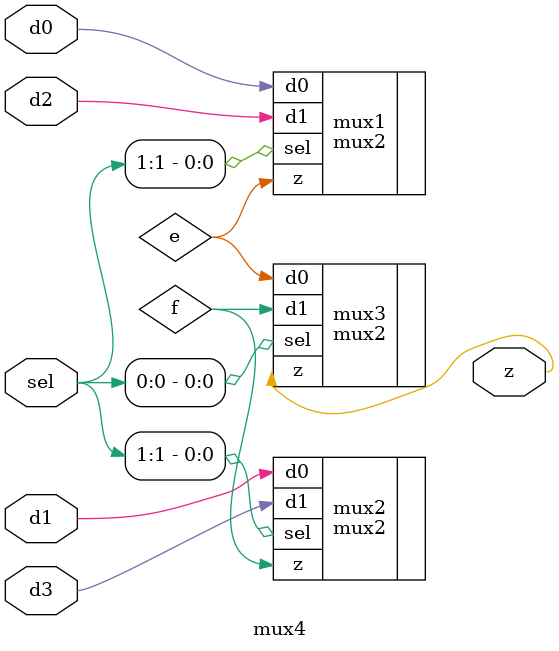
<source format=sv>
module mux4 (
    input logic d0,          // Data input 0
    input logic d1,          // Data input 1
    input logic d2,          // Data input 2
    input logic d3,          // Data input 3
    input logic [1:0] sel,   // Select input
    output logic z           // Output
);

// Put your code here
// ------------------
    logic e,f;
    mux2 mux1 (
        .d0(d0),
        .d1(d2),
        .sel(sel[1]),
        .z(e)
    );

    mux2 mux2 (
        .d0(d1),
        .d1(d3),
        .sel(sel[1]),
        .z(f)
    );

    mux2 mux3 (
        .d0(e),
        .d1(f),
        .sel(sel[0]),
        .z(z)
    );


// End of your code

endmodule
</source>
